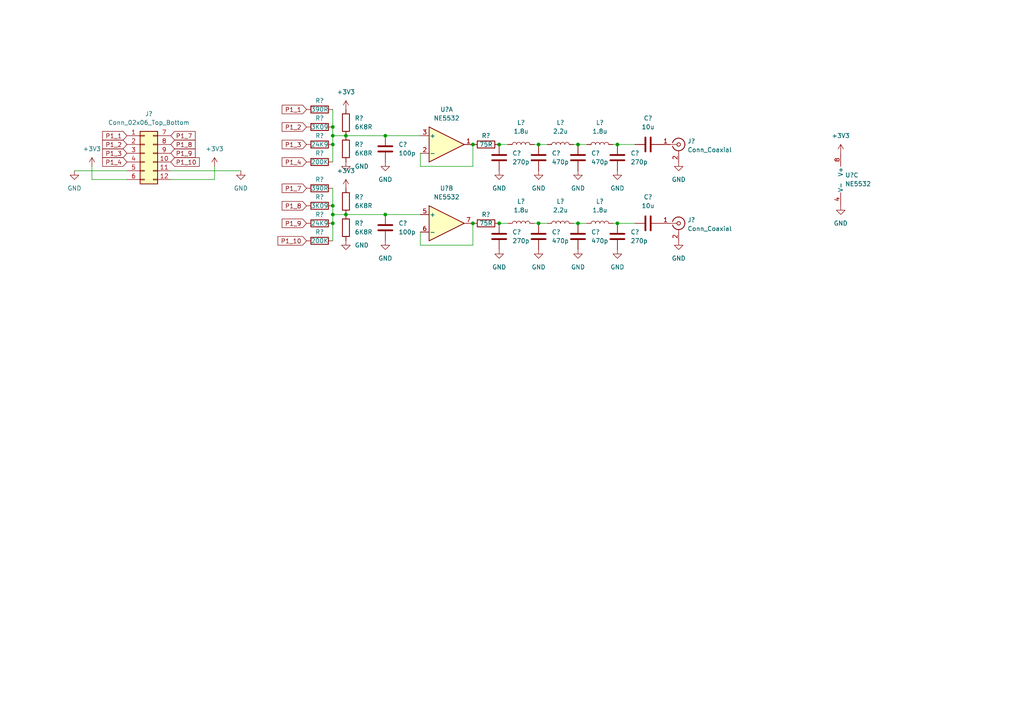
<source format=kicad_sch>
(kicad_sch (version 20211123) (generator eeschema)
  (paper "A4")
  (lib_symbols
    (symbol "Amplifier_Operational:NE5532" (pin_names (offset 0.127))
      (property "Reference" "U" (at 0 5.08 0))
      (property "Value" "NE5532" (at 0 -5.08 0))
      (symbol "NE5532_1_1"
        (polyline (pts (xy -5.08 5.08) (xy 5.08 0) (xy -5.08 -5.08) (xy -5.08 5.08)) (stroke (width 0.254)) (fill (type background)))
        (pin output line (at 7.62 0 180) (length 2.54) (name "~") (number "1"))
        (pin input line (at -7.62 -2.54 0) (length 2.54) (name "-") (number "2"))
        (pin input line (at -7.62 2.54 0) (length 2.54) (name "+") (number "3"))
      )
      (symbol "NE5532_2_1"
        (polyline (pts (xy -5.08 5.08) (xy 5.08 0) (xy -5.08 -5.08) (xy -5.08 5.08)) (stroke (width 0.254)) (fill (type background)))
        (pin input line (at -7.62 2.54 0) (length 2.54) (name "+") (number "5"))
        (pin input line (at -7.62 -2.54 0) (length 2.54) (name "-") (number "6"))
        (pin output line (at 7.62 0 180) (length 2.54) (name "~") (number "7"))
      )
      (symbol "NE5532_3_1"
        (pin power_in line (at -2.54 -7.62 90) (length 3.81) (name "V-") (number "4"))
        (pin power_in line (at -2.54 7.62 270) (length 3.81) (name "V+") (number "8"))
      )
    )
    (symbol "Connector:Conn_Coaxial" (pin_names (offset 1.016) hide)
      (property "Reference" "J" (at 0.254 3.048 0))
      (property "Value" "Conn_Coaxial" (at 2.921 0 90))
      (symbol "Conn_Coaxial_0_1"
        (arc (start -1.778 -0.508) (mid 0.222 -1.808) (end 1.778 0) (stroke (width 0.254)))
        (polyline (pts (xy -2.54 0) (xy -0.508 0)))
        (polyline (pts (xy 0 -2.54) (xy 0 -1.778)))
        (circle (center 0 0) (radius 0.508) (stroke (width 0.2032)))
        (arc (start 1.778 0) (mid 0.2221 1.8083) (end -1.778 0.508) (stroke (width 0.254)))
      )
      (symbol "Conn_Coaxial_1_1"
        (pin passive line (at -5.08 0 0) (length 2.54) (name "In") (number "1"))
        (pin passive line (at 0 -5.08 90) (length 2.54) (name "Ext") (number "2"))
      )
    )
    (symbol "Connector_Generic:Conn_02x06_Top_Bottom" (pin_names (offset 1.016) hide)
      (property "Reference" "J" (at 1.27 7.62 0))
      (property "Value" "Conn_02x06_Top_Bottom" (at 1.27 -10.16 0))
      (symbol "Conn_02x06_Top_Bottom_1_1"
        (rectangle (start -1.27 -7.493) (end 0 -7.747) (stroke (width 0.1524)))
        (rectangle (start -1.27 -4.953) (end 0 -5.207) (stroke (width 0.1524)))
        (rectangle (start -1.27 -2.413) (end 0 -2.667) (stroke (width 0.1524)))
        (rectangle (start -1.27 0.127) (end 0 -0.127) (stroke (width 0.1524)))
        (rectangle (start -1.27 2.667) (end 0 2.413) (stroke (width 0.1524)))
        (rectangle (start -1.27 5.207) (end 0 4.953) (stroke (width 0.1524)))
        (rectangle (start -1.27 6.35) (end 3.81 -8.89) (stroke (width 0.254)) (fill (type background)))
        (rectangle (start 3.81 -7.493) (end 2.54 -7.747) (stroke (width 0.1524)))
        (rectangle (start 3.81 -4.953) (end 2.54 -5.207) (stroke (width 0.1524)))
        (rectangle (start 3.81 -2.413) (end 2.54 -2.667) (stroke (width 0.1524)))
        (rectangle (start 3.81 0.127) (end 2.54 -0.127) (stroke (width 0.1524)))
        (rectangle (start 3.81 2.667) (end 2.54 2.413) (stroke (width 0.1524)))
        (rectangle (start 3.81 5.207) (end 2.54 4.953) (stroke (width 0.1524)))
        (pin passive line (at -5.08 5.08 0) (length 3.81) (name "Pin_1") (number "1"))
        (pin passive line (at 7.62 -2.54 180) (length 3.81) (name "Pin_10") (number "10"))
        (pin passive line (at 7.62 -5.08 180) (length 3.81) (name "Pin_11") (number "11"))
        (pin passive line (at 7.62 -7.62 180) (length 3.81) (name "Pin_12") (number "12"))
        (pin passive line (at -5.08 2.54 0) (length 3.81) (name "Pin_2") (number "2"))
        (pin passive line (at -5.08 0 0) (length 3.81) (name "Pin_3") (number "3"))
        (pin passive line (at -5.08 -2.54 0) (length 3.81) (name "Pin_4") (number "4"))
        (pin passive line (at -5.08 -5.08 0) (length 3.81) (name "Pin_5") (number "5"))
        (pin passive line (at -5.08 -7.62 0) (length 3.81) (name "Pin_6") (number "6"))
        (pin passive line (at 7.62 5.08 180) (length 3.81) (name "Pin_7") (number "7"))
        (pin passive line (at 7.62 2.54 180) (length 3.81) (name "Pin_8") (number "8"))
        (pin passive line (at 7.62 0 180) (length 3.81) (name "Pin_9") (number "9"))
      )
    )
    (symbol "Device:C" (pin_numbers hide) (pin_names (offset 0.254))
      (property "Reference" "C" (at 0.635 2.54 0))
      (property "Value" "C" (at 0.635 -2.54 0))
      (symbol "C_0_1"
        (polyline (pts (xy -2.032 -0.762) (xy 2.032 -0.762)) (stroke (width 0.508)))
        (polyline (pts (xy -2.032 0.762) (xy 2.032 0.762)) (stroke (width 0.508)))
      )
      (symbol "C_1_1"
        (pin passive line (at 0 3.81 270) (length 2.794) (name "~") (number "1"))
        (pin passive line (at 0 -3.81 90) (length 2.794) (name "~") (number "2"))
      )
    )
    (symbol "Device:L" (pin_numbers hide) (pin_names (offset 1.016) hide)
      (property "Reference" "L" (at -1.27 0 90))
      (property "Value" "L" (at 1.905 0 90))
      (symbol "L_0_1"
        (arc (start 0 -2.54) (mid 0.635 -1.905) (end 0 -1.27))
        (arc (start 0 -1.27) (mid 0.635 -0.635) (end 0 0))
        (arc (start 0 0) (mid 0.635 0.635) (end 0 1.27))
        (arc (start 0 1.27) (mid 0.635 1.905) (end 0 2.54))
      )
      (symbol "L_1_1"
        (pin passive line (at 0 3.81 270) (length 1.27) (name "1") (number "1"))
        (pin passive line (at 0 -3.81 90) (length 1.27) (name "2") (number "2"))
      )
    )
    (symbol "Device:R" (pin_numbers hide) (pin_names (offset 0))
      (property "Reference" "R" (at 2.032 0 90))
      (property "Value" "R" (at 0 0 90))
      (symbol "R_0_1"
        (rectangle (start -1.016 -2.54) (end 1.016 2.54) (stroke (width 0.254)))
      )
      (symbol "R_1_1"
        (pin passive line (at 0 3.81 270) (length 1.27) (name "~") (number "1"))
        (pin passive line (at 0 -3.81 90) (length 1.27) (name "~") (number "2"))
      )
    )
    (symbol "power:+3.3V" (power) (pin_names (offset 0))
      (property "Value" "+3.3V" (at 0 3.556 0))
      (symbol "+3.3V_0_1"
        (polyline (pts (xy -0.762 1.27) (xy 0 2.54)))
        (polyline (pts (xy 0 0) (xy 0 2.54)))
        (polyline (pts (xy 0 2.54) (xy 0.762 1.27)))
      )
      (symbol "+3.3V_1_1"
        (pin power_in line (at 0 0 90) (length 0) hide (name "+3V3") (number "1"))
      )
    )
    (symbol "power:GND" (power) (pin_names (offset 0))
      (property "Value" "GND" (at 0 -3.81 0))
      (symbol "GND_0_1"
        (polyline (pts (xy 0 0) (xy 0 -1.27) (xy 1.27 -1.27) (xy 0 -2.54) (xy -1.27 -1.27) (xy 0 -1.27)))
      )
      (symbol "GND_1_1"
        (pin power_in line (at 0 0 270) (length 0) hide (name "GND") (number "1"))
      )
    )
  )
  (junction (at 156.21 41.91))
  (junction (at 144.78 41.91))
  (junction (at 179.07 64.77))
  (junction (at 144.78 64.77))
  (junction (at 137.16 41.91))
  (junction (at 100.33 62.23))
  (junction (at 167.64 41.91))
  (junction (at 167.64 64.77))
  (junction (at 179.07 41.91))
  (junction (at 100.33 39.37))
  (junction (at 96.52 39.37))
  (junction (at 156.21 64.77))
  (junction (at 96.52 64.77))
  (junction (at 96.52 36.83))
  (junction (at 96.52 62.23))
  (junction (at 111.76 62.23))
  (junction (at 111.76 39.37))
  (junction (at 137.16 64.77))
  (junction (at 96.52 41.91))
  (junction (at 96.52 59.69))
  (wire (pts (xy 144.78 41.91) (xy 147.32 41.91)))
  (wire (pts (xy 121.92 48.26) (xy 137.16 48.26)))
  (wire (pts (xy 26.67 48.26) (xy 26.67 52.07)))
  (wire (pts (xy 111.76 39.37) (xy 121.92 39.37)))
  (wire (pts (xy 96.52 36.83) (xy 96.52 39.37)))
  (wire (pts (xy 179.07 41.91) (xy 184.15 41.91)))
  (wire (pts (xy 96.52 59.69) (xy 96.52 62.23)))
  (wire (pts (xy 121.92 67.31) (xy 121.92 71.12)))
  (wire (pts (xy 156.21 64.77) (xy 158.75 64.77)))
  (wire (pts (xy 156.21 41.91) (xy 158.75 41.91)))
  (wire (pts (xy 62.23 48.26) (xy 62.23 52.07)))
  (wire (pts (xy 100.33 39.37) (xy 111.76 39.37)))
  (wire (pts (xy 49.53 49.53) (xy 69.85 49.53)))
  (wire (pts (xy 26.67 52.07) (xy 36.83 52.07)))
  (wire (pts (xy 49.53 52.07) (xy 62.23 52.07)))
  (wire (pts (xy 179.07 64.77) (xy 184.15 64.77)))
  (wire (pts (xy 167.64 64.77) (xy 170.18 64.77)))
  (wire (pts (xy 96.52 54.61) (xy 96.52 59.69)))
  (wire (pts (xy 121.92 71.12) (xy 137.16 71.12)))
  (wire (pts (xy 166.37 64.77) (xy 167.64 64.77)))
  (wire (pts (xy 144.78 64.77) (xy 147.32 64.77)))
  (wire (pts (xy 137.16 64.77) (xy 137.16 71.12)))
  (wire (pts (xy 177.8 64.77) (xy 179.07 64.77)))
  (wire (pts (xy 96.52 64.77) (xy 96.52 69.85)))
  (wire (pts (xy 111.76 62.23) (xy 121.92 62.23)))
  (wire (pts (xy 154.94 64.77) (xy 156.21 64.77)))
  (wire (pts (xy 96.52 62.23) (xy 100.33 62.23)))
  (wire (pts (xy 154.94 41.91) (xy 156.21 41.91)))
  (wire (pts (xy 167.64 41.91) (xy 170.18 41.91)))
  (wire (pts (xy 166.37 41.91) (xy 167.64 41.91)))
  (wire (pts (xy 96.52 39.37) (xy 100.33 39.37)))
  (wire (pts (xy 100.33 62.23) (xy 111.76 62.23)))
  (wire (pts (xy 121.92 44.45) (xy 121.92 48.26)))
  (wire (pts (xy 177.8 41.91) (xy 179.07 41.91)))
  (wire (pts (xy 137.16 41.91) (xy 137.16 48.26)))
  (wire (pts (xy 96.52 31.75) (xy 96.52 36.83)))
  (wire (pts (xy 96.52 62.23) (xy 96.52 64.77)))
  (wire (pts (xy 96.52 41.91) (xy 96.52 46.99)))
  (wire (pts (xy 21.59 49.53) (xy 36.83 49.53)))
  (wire (pts (xy 96.52 39.37) (xy 96.52 41.91)))
  (global_label "P1_7" (shape input) (at 49.53 39.37 0) (property "Intersheet References" "${INTERSHEET_REFS}" (effects hide)))
  (global_label "P1_4" (shape input) (at 88.9 46.99 180) (property "Intersheet References" "${INTERSHEET_REFS}" (effects hide)))
  (global_label "P1_1" (shape input) (at 88.9 31.75 180) (property "Intersheet References" "${INTERSHEET_REFS}" (effects hide)))
  (global_label "P1_3" (shape input) (at 88.9 41.91 180) (property "Intersheet References" "${INTERSHEET_REFS}" (effects hide)))
  (global_label "P1_2" (shape input) (at 88.9 36.83 180) (property "Intersheet References" "${INTERSHEET_REFS}" (effects hide)))
  (global_label "P1_10" (shape input) (at 49.53 46.99 0) (property "Intersheet References" "${INTERSHEET_REFS}" (effects hide)))
  (global_label "P1_1" (shape input) (at 36.83 39.37 180) (property "Intersheet References" "${INTERSHEET_REFS}" (effects hide)))
  (global_label "P1_9" (shape input) (at 88.9 64.77 180) (property "Intersheet References" "${INTERSHEET_REFS}" (effects hide)))
  (global_label "P1_2" (shape input) (at 36.83 41.91 180) (property "Intersheet References" "${INTERSHEET_REFS}" (effects hide)))
  (global_label "P1_10" (shape input) (at 88.9 69.85 180) (property "Intersheet References" "${INTERSHEET_REFS}" (effects hide)))
  (global_label "P1_8" (shape input) (at 49.53 41.91 0) (property "Intersheet References" "${INTERSHEET_REFS}" (effects hide)))
  (global_label "P1_9" (shape input) (at 49.53 44.45 0) (property "Intersheet References" "${INTERSHEET_REFS}" (effects hide)))
  (global_label "P1_8" (shape input) (at 88.9 59.69 180) (property "Intersheet References" "${INTERSHEET_REFS}" (effects hide)))
  (global_label "P1_3" (shape input) (at 36.83 44.45 180) (property "Intersheet References" "${INTERSHEET_REFS}" (effects hide)))
  (global_label "P1_7" (shape input) (at 88.9 54.61 180) (property "Intersheet References" "${INTERSHEET_REFS}" (effects hide)))
  (global_label "P1_4" (shape input) (at 36.83 46.99 180) (property "Intersheet References" "${INTERSHEET_REFS}" (effects hide)))
  (symbol (lib_id "power:GND") (at 243.84 59.69 0) (unit 1)
    (property "Reference" "#PWR?" (effects hide))
    (property "Value" "GND" (at 243.84 64.77 0))
  )
  (symbol (lib_id "Device:L") (at 173.99 41.91 90) (unit 1)
    (property "Reference" "L?" (at 173.99 35.56 90))
    (property "Value" "1.8u" (at 173.99 38.1 90))
  )
  (symbol (lib_id "power:+3.3V") (at 243.84 44.45 0) (unit 1)
    (property "Reference" "#PWR?" (effects hide))
    (property "Value" "+3.3V" (at 243.84 39.37 0))
  )
  (symbol (lib_id "power:GND") (at 144.78 72.39 0) (unit 1)
    (property "Reference" "#PWR?" (effects hide))
    (property "Value" "GND" (at 144.78 77.47 0))
  )
  (symbol (lib_id "Device:C") (at 156.21 45.72 0) (unit 1)
    (property "Reference" "C?" (at 160.02 44.4499 0) (effects (justify left)))
    (property "Value" "470p" (at 160.02 46.9899 0) (effects (justify left)))
  )
  (symbol (lib_id "power:+3.3V") (at 62.23 48.26 0) (unit 1)
    (property "Reference" "#PWR?" (effects hide))
    (property "Value" "+3.3V" (at 62.23 43.18 0))
  )
  (symbol (lib_id "Device:C") (at 179.07 68.58 0) (unit 1)
    (property "Reference" "C?" (at 182.88 67.3099 0) (effects (justify left)))
    (property "Value" "270p" (at 182.88 69.8499 0) (effects (justify left)))
  )
  (symbol (lib_id "Device:R") (at 92.71 46.99 90) (unit 1)
    (property "Reference" "R?" (at 92.71 44.45 90))
    (property "Value" "200K" (at 92.71 46.99 90))
  )
  (symbol (lib_id "Device:C") (at 187.96 64.77 90) (unit 1)
    (property "Reference" "C?" (at 187.96 57.15 90))
    (property "Value" "10u" (at 187.96 59.69 90))
  )
  (symbol (lib_id "Device:R") (at 92.71 41.91 90) (unit 1)
    (property "Reference" "R?" (at 92.71 39.37 90))
    (property "Value" "24K9" (at 92.71 41.91 90))
  )
  (symbol (lib_id "Device:C") (at 187.96 41.91 90) (unit 1)
    (property "Reference" "C?" (at 187.96 34.29 90))
    (property "Value" "10u" (at 187.96 36.83 90))
  )
  (symbol (lib_id "Device:R") (at 100.33 66.04 0) (unit 1)
    (property "Reference" "R?" (at 102.87 64.7699 0) (effects (justify left)))
    (property "Value" "6K8R" (at 102.87 67.3099 0) (effects (justify left)))
  )
  (symbol (lib_id "Device:C") (at 111.76 43.18 0) (unit 1)
    (property "Reference" "C?" (at 115.57 41.9099 0) (effects (justify left)))
    (property "Value" "100p" (at 115.57 44.4499 0) (effects (justify left)))
  )
  (symbol (lib_id "power:GND") (at 196.85 69.85 0) (unit 1)
    (property "Reference" "#PWR?" (effects hide))
    (property "Value" "GND" (at 196.85 74.93 0))
  )
  (symbol (lib_id "Device:L") (at 162.56 41.91 90) (unit 1)
    (property "Reference" "L?" (at 162.56 35.56 90))
    (property "Value" "2.2u" (at 162.56 38.1 90))
  )
  (symbol (lib_id "Device:R") (at 92.71 36.83 90) (unit 1)
    (property "Reference" "R?" (at 92.71 34.29 90))
    (property "Value" "3K09" (at 92.71 36.83 90))
  )
  (symbol (lib_id "Amplifier_Operational:NE5532") (at 129.54 41.91 0) (unit 1)
    (property "Reference" "U?" (at 129.54 31.75 0))
    (property "Value" "NE5532" (at 129.54 34.29 0))
    (property "Footprint" "Package_DIP:DIP-8_W7.62mm" (effects hide))
    (property "Datasheet" "http://www.ti.com/lit/ds/symlink/ne5532.pdf" (effects hide))
  )
  (symbol (lib_id "Device:R") (at 100.33 43.18 0) (unit 1)
    (property "Reference" "R?" (at 102.87 41.9099 0) (effects (justify left)))
    (property "Value" "6K8R" (at 102.87 44.4499 0) (effects (justify left)))
  )
  (symbol (lib_id "power:GND") (at 196.85 46.99 0) (unit 1)
    (property "Reference" "#PWR?" (effects hide))
    (property "Value" "GND" (at 196.85 52.07 0))
  )
  (symbol (lib_id "Device:R") (at 100.33 35.56 0) (unit 1)
    (property "Reference" "R?" (at 102.87 34.2899 0) (effects (justify left)))
    (property "Value" "6K8R" (at 102.87 36.8299 0) (effects (justify left)))
  )
  (symbol (lib_id "Device:R") (at 92.71 31.75 90) (unit 1)
    (property "Reference" "R?" (at 92.71 29.21 90))
    (property "Value" "390R" (at 92.71 31.75 90))
  )
  (symbol (lib_id "Connector:Conn_Coaxial") (at 196.85 64.77 0) (unit 1)
    (property "Reference" "J?" (at 199.39 63.7931 0) (effects (justify left)))
    (property "Value" "Conn_Coaxial" (at 199.39 66.3331 0) (effects (justify left)))
    (property "Datasheet" " ~" (effects hide))
  )
  (symbol (lib_id "Device:R") (at 140.97 41.91 90) (unit 1)
    (property "Reference" "R?" (at 140.97 39.37 90))
    (property "Value" "75R" (at 140.97 41.91 90))
  )
  (symbol (lib_id "Device:C") (at 167.64 45.72 0) (unit 1)
    (property "Reference" "C?" (at 171.45 44.4499 0) (effects (justify left)))
    (property "Value" "470p" (at 171.45 46.9899 0) (effects (justify left)))
  )
  (symbol (lib_id "Device:C") (at 144.78 45.72 0) (unit 1)
    (property "Reference" "C?" (at 148.59 44.4499 0) (effects (justify left)))
    (property "Value" "270p" (at 148.59 46.9899 0) (effects (justify left)))
  )
  (symbol (lib_id "power:GND") (at 100.33 46.99 0) (unit 1)
    (property "Reference" "#PWR?" (effects hide))
    (property "Value" "GND" (at 102.87 48.2599 0) (effects (justify left)))
  )
  (symbol (lib_id "Device:C") (at 156.21 68.58 0) (unit 1)
    (property "Reference" "C?" (at 160.02 67.3099 0) (effects (justify left)))
    (property "Value" "470p" (at 160.02 69.8499 0) (effects (justify left)))
  )
  (symbol (lib_id "Device:L") (at 151.13 64.77 90) (unit 1)
    (property "Reference" "L?" (at 151.13 58.42 90))
    (property "Value" "1.8u" (at 151.13 60.96 90))
  )
  (symbol (lib_id "power:GND") (at 179.07 49.53 0) (unit 1)
    (property "Reference" "#PWR?" (effects hide))
    (property "Value" "GND" (at 179.07 54.61 0))
  )
  (symbol (lib_id "power:+3.3V") (at 100.33 54.61 0) (unit 1)
    (property "Reference" "#PWR?" (effects hide))
    (property "Value" "+3.3V" (at 100.33 49.53 0))
  )
  (symbol (lib_id "power:GND") (at 167.64 49.53 0) (unit 1)
    (property "Reference" "#PWR?" (effects hide))
    (property "Value" "GND" (at 167.64 54.61 0))
  )
  (symbol (lib_id "Device:R") (at 140.97 64.77 90) (unit 1)
    (property "Reference" "R?" (at 140.97 62.23 90))
    (property "Value" "75R" (at 140.97 64.77 90))
  )
  (symbol (lib_id "Device:L") (at 173.99 64.77 90) (unit 1)
    (property "Reference" "L?" (at 173.99 58.42 90))
    (property "Value" "1.8u" (at 173.99 60.96 90))
  )
  (symbol (lib_id "power:+3.3V") (at 26.67 48.26 0) (unit 1)
    (property "Reference" "#PWR?" (effects hide))
    (property "Value" "+3.3V" (at 26.67 43.18 0))
  )
  (symbol (lib_id "Device:C") (at 144.78 68.58 0) (unit 1)
    (property "Reference" "C?" (at 148.59 67.3099 0) (effects (justify left)))
    (property "Value" "270p" (at 148.59 69.8499 0) (effects (justify left)))
  )
  (symbol (lib_id "power:GND") (at 179.07 72.39 0) (unit 1)
    (property "Reference" "#PWR?" (effects hide))
    (property "Value" "GND" (at 179.07 77.47 0))
  )
  (symbol (lib_id "Device:L") (at 151.13 41.91 90) (unit 1)
    (property "Reference" "L?" (at 151.13 35.56 90))
    (property "Value" "1.8u" (at 151.13 38.1 90))
  )
  (symbol (lib_id "Device:C") (at 179.07 45.72 0) (unit 1)
    (property "Reference" "C?" (at 182.88 44.4499 0) (effects (justify left)))
    (property "Value" "270p" (at 182.88 46.9899 0) (effects (justify left)))
  )
  (symbol (lib_id "power:GND") (at 156.21 49.53 0) (unit 1)
    (property "Reference" "#PWR?" (effects hide))
    (property "Value" "GND" (at 156.21 54.61 0))
  )
  (symbol (lib_id "Device:R") (at 92.71 59.69 90) (unit 1)
    (property "Reference" "R?" (at 92.71 57.15 90))
    (property "Value" "3K09" (at 92.71 59.69 90))
  )
  (symbol (lib_id "Device:R") (at 92.71 54.61 90) (unit 1)
    (property "Reference" "R?" (at 92.71 52.07 90))
    (property "Value" "390R" (at 92.71 54.61 90))
  )
  (symbol (lib_id "power:GND") (at 144.78 49.53 0) (unit 1)
    (property "Reference" "#PWR?" (effects hide))
    (property "Value" "GND" (at 144.78 54.61 0))
  )
  (symbol (lib_id "Device:C") (at 167.64 68.58 0) (unit 1)
    (property "Reference" "C?" (at 171.45 67.3099 0) (effects (justify left)))
    (property "Value" "470p" (at 171.45 69.8499 0) (effects (justify left)))
  )
  (symbol (lib_id "Amplifier_Operational:NE5532") (at 246.38 52.07 0) (unit 3)
    (property "Reference" "U?" (at 245.11 50.7999 0) (effects (justify left)))
    (property "Value" "NE5532" (at 245.11 53.3399 0) (effects (justify left)))
    (property "Datasheet" "http://www.ti.com/lit/ds/symlink/ne5532.pdf" (effects hide))
  )
  (symbol (lib_id "Device:R") (at 92.71 64.77 90) (unit 1)
    (property "Reference" "R?" (at 92.71 62.23 90))
    (property "Value" "24K9" (at 92.71 64.77 90))
  )
  (symbol (lib_id "power:GND") (at 21.59 49.53 0) (unit 1)
    (property "Reference" "#PWR?" (effects hide))
    (property "Value" "GND" (at 21.59 54.61 0))
  )
  (symbol (lib_id "Device:R") (at 100.33 58.42 0) (unit 1)
    (property "Reference" "R?" (at 102.87 57.1499 0) (effects (justify left)))
    (property "Value" "6K8R" (at 102.87 59.6899 0) (effects (justify left)))
  )
  (symbol (lib_id "Device:R") (at 92.71 69.85 90) (unit 1)
    (property "Reference" "R?" (at 92.71 67.31 90))
    (property "Value" "200K" (at 92.71 69.85 90))
  )
  (symbol (lib_id "power:GND") (at 111.76 46.99 0) (unit 1)
    (property "Reference" "#PWR?" (effects hide))
    (property "Value" "GND" (at 111.76 52.07 0))
  )
  (symbol (lib_id "Connector_Generic:Conn_02x06_Top_Bottom") (at 41.91 44.45 0) (unit 1)
    (property "Reference" "J?" (at 43.18 33.02 0))
    (property "Value" "Conn_02x06_Top_Bottom" (at 43.18 35.56 0))
  )
  (symbol (lib_id "Connector:Conn_Coaxial") (at 196.85 41.91 0) (unit 1)
    (property "Reference" "J?" (at 199.39 40.9331 0) (effects (justify left)))
    (property "Value" "Conn_Coaxial" (at 199.39 43.4731 0) (effects (justify left)))
    (property "Datasheet" " ~" (effects hide))
  )
  (symbol (lib_id "Device:L") (at 162.56 64.77 90) (unit 1)
    (property "Reference" "L?" (at 162.56 58.42 90))
    (property "Value" "2.2u" (at 162.56 60.96 90))
  )
  (symbol (lib_id "Amplifier_Operational:NE5532") (at 129.54 64.77 0) (unit 2)
    (property "Reference" "U?" (at 129.54 54.61 0))
    (property "Value" "NE5532" (at 129.54 57.15 0))
    (property "Datasheet" "http://www.ti.com/lit/ds/symlink/ne5532.pdf" (effects hide))
  )
  (symbol (lib_id "power:GND") (at 100.33 69.85 0) (unit 1)
    (property "Reference" "#PWR?" (effects hide))
    (property "Value" "GND" (at 102.87 71.1199 0) (effects (justify left)))
  )
  (symbol (lib_id "power:+3.3V") (at 100.33 31.75 0) (unit 1)
    (property "Reference" "#PWR?" (effects hide))
    (property "Value" "+3.3V" (at 100.33 26.67 0))
  )
  (symbol (lib_id "power:GND") (at 167.64 72.39 0) (unit 1)
    (property "Reference" "#PWR?" (effects hide))
    (property "Value" "GND" (at 167.64 77.47 0))
  )
  (symbol (lib_id "power:GND") (at 156.21 72.39 0) (unit 1)
    (property "Reference" "#PWR?" (effects hide))
    (property "Value" "GND" (at 156.21 77.47 0))
  )
  (symbol (lib_id "power:GND") (at 111.76 69.85 0) (unit 1)
    (property "Reference" "#PWR?" (effects hide))
    (property "Value" "GND" (at 111.76 74.93 0))
  )
  (symbol (lib_id "Device:C") (at 111.76 66.04 0) (unit 1)
    (property "Reference" "C?" (at 115.57 64.7699 0) (effects (justify left)))
    (property "Value" "100p" (at 115.57 67.3099 0) (effects (justify left)))
  )
  (symbol (lib_id "power:GND") (at 69.85 49.53 0) (unit 1)
    (property "Reference" "#PWR?" (effects hide))
    (property "Value" "GND" (at 69.85 54.61 0))
  )
)
</source>
